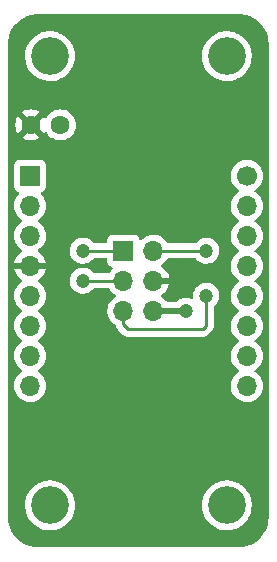
<source format=gtl>
%TF.GenerationSoftware,KiCad,Pcbnew,(6.0.0)*%
%TF.CreationDate,2022-03-13T20:33:56-04:00*%
%TF.ProjectId,JTAG_ISP-ISP,4a544147-5f49-4535-902d-4953502e6b69,v1.0.0*%
%TF.SameCoordinates,PX8924e3cPY3981160*%
%TF.FileFunction,Copper,L1,Top*%
%TF.FilePolarity,Positive*%
%FSLAX46Y46*%
G04 Gerber Fmt 4.6, Leading zero omitted, Abs format (unit mm)*
G04 Created by KiCad (PCBNEW (6.0.0)) date 2022-03-13 20:33:56*
%MOMM*%
%LPD*%
G01*
G04 APERTURE LIST*
%TA.AperFunction,ComponentPad*%
%ADD10C,3.200001*%
%TD*%
%TA.AperFunction,ComponentPad*%
%ADD11R,1.700000X1.700000*%
%TD*%
%TA.AperFunction,ComponentPad*%
%ADD12O,1.700000X1.700000*%
%TD*%
%TA.AperFunction,ComponentPad*%
%ADD13C,1.600000*%
%TD*%
%TA.AperFunction,ComponentPad*%
%ADD14C,1.700000*%
%TD*%
%TA.AperFunction,ViaPad*%
%ADD15C,1.200000*%
%TD*%
%TA.AperFunction,Conductor*%
%ADD16C,0.508000*%
%TD*%
%TA.AperFunction,Conductor*%
%ADD17C,0.250000*%
%TD*%
G04 APERTURE END LIST*
D10*
%TO.P,REF\u002A\u002A,*%
%TO.N,*%
X20043978Y-43102428D03*
%TD*%
D11*
%TO.P,J2,1,Pin_1*%
%TO.N,unconnected-(J2-Pad1)*%
X3373983Y-15208199D03*
D12*
%TO.P,J2,2,Pin_2*%
%TO.N,+5V*%
X3373983Y-17748199D03*
%TO.P,J2,3,Pin_3*%
%TO.N,unconnected-(J2-Pad3)*%
X3373983Y-20288199D03*
%TO.P,J2,4,Pin_4*%
%TO.N,GND*%
X3373983Y-22828199D03*
%TO.P,J2,5,Pin_5*%
%TO.N,unconnected-(J2-Pad5)*%
X3373983Y-25368199D03*
%TO.P,J2,6,Pin_6*%
%TO.N,MISO*%
X3373983Y-27908199D03*
%TO.P,J2,7,Pin_7*%
%TO.N,unconnected-(J2-Pad7)*%
X3373983Y-30448199D03*
%TO.P,J2,8,Pin_8*%
%TO.N,unconnected-(J2-Pad8)*%
X3373983Y-32988199D03*
%TD*%
D13*
%TO.P,C1,1*%
%TO.N,+5V*%
X5950000Y-10900024D03*
%TO.P,C1,2*%
%TO.N,GND*%
X3450000Y-10900024D03*
%TD*%
D10*
%TO.P,REF\u002A\u002A,*%
%TO.N,*%
X20043978Y-5066005D03*
%TD*%
%TO.P,REF\u002A\u002A,*%
%TO.N,*%
X5065979Y-43102428D03*
%TD*%
D14*
%TO.P,J3,1,Pin_1*%
%TO.N,SCLK*%
X21735999Y-15208199D03*
D12*
%TO.P,J3,2,Pin_2*%
%TO.N,unconnected-(J3-Pad2)*%
X21735999Y-17748199D03*
%TO.P,J3,3,Pin_3*%
%TO.N,unconnected-(J3-Pad3)*%
X21735999Y-20288199D03*
%TO.P,J3,4,Pin_4*%
%TO.N,unconnected-(J3-Pad4)*%
X21735999Y-22828199D03*
%TO.P,J3,5,Pin_5*%
%TO.N,MOSI*%
X21735999Y-25368199D03*
%TO.P,J3,6,Pin_6*%
%TO.N,unconnected-(J3-Pad6)*%
X21735999Y-27908199D03*
%TO.P,J3,7,Pin_7*%
%TO.N,RESET*%
X21735999Y-30448199D03*
%TO.P,J3,8,Pin_8*%
%TO.N,unconnected-(J3-Pad8)*%
X21735999Y-32988199D03*
%TD*%
D10*
%TO.P,REF\u002A\u002A,*%
%TO.N,*%
X5065979Y-5066005D03*
%TD*%
D11*
%TO.P,J1,1,Pin_1*%
%TO.N,MISO*%
X11283950Y-21544229D03*
D12*
%TO.P,J1,2,Pin_2*%
%TO.N,SCLK*%
X13823950Y-21544229D03*
%TO.P,J1,3,Pin_3*%
%TO.N,RESET*%
X11283950Y-24084229D03*
%TO.P,J1,4,Pin_4*%
%TO.N,GND*%
X13823950Y-24084229D03*
%TO.P,J1,5,Pin_5*%
%TO.N,MOSI*%
X11283950Y-26624229D03*
%TO.P,J1,6,Pin_6*%
%TO.N,+5V*%
X13823950Y-26624229D03*
%TD*%
D15*
%TO.N,+5V*%
X16590785Y-26624229D03*
%TO.N,GND*%
X18304230Y-23452430D03*
%TO.N,MISO*%
X7852191Y-21544229D03*
%TO.N,SCLK*%
X18304230Y-21544229D03*
%TO.N,RESET*%
X7852181Y-24084229D03*
%TO.N,MOSI*%
X18304230Y-25368199D03*
%TD*%
D16*
%TO.N,+5V*%
X13823950Y-26624229D02*
X16590785Y-26624229D01*
D17*
%TO.N,MISO*%
X11283950Y-21544229D02*
X7852191Y-21544229D01*
%TO.N,SCLK*%
X13823950Y-21544229D02*
X18304230Y-21544229D01*
%TO.N,RESET*%
X11283950Y-24084229D02*
X7852181Y-24084229D01*
%TO.N,MOSI*%
X11693988Y-28202432D02*
X17993988Y-28202432D01*
X11283950Y-26624229D02*
X11283950Y-27792394D01*
X11283950Y-27792394D02*
X11693988Y-28202432D01*
X18304230Y-27892190D02*
X18304230Y-25368199D01*
X17993988Y-28202432D02*
X18304230Y-27892190D01*
%TD*%
%TA.AperFunction,Conductor*%
%TO.N,GND*%
G36*
X21064045Y-1527412D02*
G01*
X21078846Y-1529717D01*
X21078849Y-1529717D01*
X21087718Y-1531098D01*
X21104887Y-1528853D01*
X21128827Y-1528020D01*
X21386758Y-1543622D01*
X21401862Y-1545456D01*
X21472636Y-1558426D01*
X21682867Y-1596952D01*
X21697629Y-1600590D01*
X21970396Y-1685587D01*
X21984615Y-1690981D01*
X22245128Y-1808228D01*
X22258597Y-1815297D01*
X22503083Y-1963094D01*
X22515605Y-1971737D01*
X22740495Y-2147928D01*
X22751883Y-2158018D01*
X22953882Y-2360017D01*
X22963972Y-2371405D01*
X23140163Y-2596295D01*
X23148806Y-2608817D01*
X23296603Y-2853303D01*
X23303672Y-2866772D01*
X23420918Y-3127282D01*
X23426313Y-3141504D01*
X23489193Y-3343292D01*
X23511309Y-3414265D01*
X23514948Y-3429033D01*
X23532605Y-3525383D01*
X23566444Y-3710038D01*
X23568278Y-3725142D01*
X23583443Y-3975841D01*
X23582186Y-4002551D01*
X23582183Y-4002771D01*
X23580802Y-4011642D01*
X23581966Y-4020544D01*
X23581966Y-4020547D01*
X23584924Y-4043163D01*
X23585988Y-4059501D01*
X23585988Y-44103104D01*
X23584488Y-44122488D01*
X23580802Y-44146162D01*
X23582442Y-44158702D01*
X23583047Y-44163329D01*
X23583880Y-44187271D01*
X23568278Y-44445202D01*
X23566444Y-44460306D01*
X23514950Y-44741305D01*
X23511310Y-44756073D01*
X23445656Y-44966766D01*
X23426314Y-45028836D01*
X23420919Y-45043059D01*
X23344454Y-45212959D01*
X23303674Y-45303568D01*
X23296603Y-45317041D01*
X23148806Y-45561527D01*
X23140163Y-45574049D01*
X22963972Y-45798939D01*
X22953882Y-45810327D01*
X22751883Y-46012326D01*
X22740495Y-46022416D01*
X22515605Y-46198607D01*
X22503083Y-46207250D01*
X22258597Y-46355047D01*
X22245128Y-46362116D01*
X21984618Y-46479362D01*
X21970396Y-46484757D01*
X21697629Y-46569754D01*
X21682867Y-46573392D01*
X21472636Y-46611918D01*
X21401862Y-46624888D01*
X21386758Y-46626722D01*
X21136059Y-46641887D01*
X21109349Y-46640630D01*
X21109129Y-46640627D01*
X21100258Y-46639246D01*
X21091356Y-46640410D01*
X21091353Y-46640410D01*
X21068737Y-46643368D01*
X21052399Y-46644432D01*
X4065318Y-46644432D01*
X4045933Y-46642932D01*
X4031132Y-46640627D01*
X4031129Y-46640627D01*
X4022260Y-46639246D01*
X4005091Y-46641491D01*
X3981151Y-46642324D01*
X3723220Y-46626722D01*
X3708116Y-46624888D01*
X3637342Y-46611918D01*
X3427111Y-46573392D01*
X3412349Y-46569754D01*
X3139582Y-46484757D01*
X3125360Y-46479362D01*
X2864850Y-46362116D01*
X2851381Y-46355047D01*
X2606895Y-46207250D01*
X2594373Y-46198607D01*
X2369483Y-46022416D01*
X2358095Y-46012326D01*
X2156096Y-45810327D01*
X2146006Y-45798939D01*
X1969815Y-45574049D01*
X1961172Y-45561527D01*
X1813375Y-45317041D01*
X1806304Y-45303568D01*
X1765525Y-45212959D01*
X1689059Y-45043059D01*
X1683664Y-45028836D01*
X1664322Y-44966766D01*
X1598668Y-44756073D01*
X1595028Y-44741305D01*
X1543534Y-44460306D01*
X1541700Y-44445202D01*
X1526535Y-44194503D01*
X1527792Y-44167793D01*
X1527795Y-44167573D01*
X1529176Y-44158702D01*
X1527537Y-44146162D01*
X1525054Y-44127181D01*
X1523990Y-44110843D01*
X1523990Y-43080297D01*
X2952668Y-43080297D01*
X2969217Y-43367311D01*
X2970042Y-43371516D01*
X2970043Y-43371524D01*
X3001989Y-43534349D01*
X3024565Y-43649423D01*
X3025952Y-43653473D01*
X3025953Y-43653478D01*
X3116300Y-43917358D01*
X3117689Y-43921414D01*
X3119616Y-43925245D01*
X3241605Y-44167793D01*
X3246864Y-44178250D01*
X3409700Y-44415178D01*
X3603185Y-44627816D01*
X3606480Y-44630571D01*
X3606481Y-44630572D01*
X3756587Y-44756079D01*
X3823738Y-44812226D01*
X4067277Y-44964999D01*
X4329297Y-45083305D01*
X4333416Y-45084525D01*
X4600836Y-45163739D01*
X4600841Y-45163740D01*
X4604949Y-45164957D01*
X4609183Y-45165605D01*
X4609188Y-45165606D01*
X4857790Y-45203647D01*
X4889132Y-45208443D01*
X5035464Y-45210742D01*
X5172296Y-45212892D01*
X5172302Y-45212892D01*
X5176587Y-45212959D01*
X5180839Y-45212444D01*
X5180847Y-45212444D01*
X5457735Y-45178936D01*
X5457740Y-45178935D01*
X5461996Y-45178420D01*
X5740076Y-45105467D01*
X6005683Y-44995449D01*
X6253901Y-44850402D01*
X6480138Y-44673010D01*
X6521264Y-44630572D01*
X6677223Y-44469634D01*
X6680206Y-44466556D01*
X6682739Y-44463108D01*
X6682743Y-44463103D01*
X6847866Y-44238314D01*
X6850404Y-44234859D01*
X6898563Y-44146162D01*
X6985533Y-43985983D01*
X6985534Y-43985981D01*
X6987583Y-43982207D01*
X7089204Y-43713276D01*
X7153386Y-43433041D01*
X7178942Y-43146688D01*
X7179406Y-43102428D01*
X7177897Y-43080297D01*
X17930667Y-43080297D01*
X17947216Y-43367311D01*
X17948041Y-43371516D01*
X17948042Y-43371524D01*
X17979988Y-43534349D01*
X18002564Y-43649423D01*
X18003951Y-43653473D01*
X18003952Y-43653478D01*
X18094299Y-43917358D01*
X18095688Y-43921414D01*
X18097615Y-43925245D01*
X18219604Y-44167793D01*
X18224863Y-44178250D01*
X18387699Y-44415178D01*
X18581184Y-44627816D01*
X18584479Y-44630571D01*
X18584480Y-44630572D01*
X18734586Y-44756079D01*
X18801737Y-44812226D01*
X19045276Y-44964999D01*
X19307296Y-45083305D01*
X19311415Y-45084525D01*
X19578835Y-45163739D01*
X19578840Y-45163740D01*
X19582948Y-45164957D01*
X19587182Y-45165605D01*
X19587187Y-45165606D01*
X19835789Y-45203647D01*
X19867131Y-45208443D01*
X20013463Y-45210742D01*
X20150295Y-45212892D01*
X20150301Y-45212892D01*
X20154586Y-45212959D01*
X20158838Y-45212444D01*
X20158846Y-45212444D01*
X20435734Y-45178936D01*
X20435739Y-45178935D01*
X20439995Y-45178420D01*
X20718075Y-45105467D01*
X20983682Y-44995449D01*
X21231900Y-44850402D01*
X21458137Y-44673010D01*
X21499263Y-44630572D01*
X21655222Y-44469634D01*
X21658205Y-44466556D01*
X21660738Y-44463108D01*
X21660742Y-44463103D01*
X21825865Y-44238314D01*
X21828403Y-44234859D01*
X21876562Y-44146162D01*
X21963532Y-43985983D01*
X21963533Y-43985981D01*
X21965582Y-43982207D01*
X22067203Y-43713276D01*
X22131385Y-43433041D01*
X22156941Y-43146688D01*
X22157405Y-43102428D01*
X22137851Y-42815603D01*
X22133314Y-42793692D01*
X22080421Y-42538283D01*
X22079552Y-42534086D01*
X21983585Y-42263085D01*
X21851728Y-42007616D01*
X21838466Y-41988745D01*
X21688882Y-41775910D01*
X21686419Y-41772405D01*
X21490718Y-41561806D01*
X21268246Y-41379715D01*
X21023120Y-41229501D01*
X21005026Y-41221558D01*
X20763808Y-41115671D01*
X20759876Y-41113945D01*
X20733941Y-41106557D01*
X20487512Y-41036360D01*
X20487513Y-41036360D01*
X20483384Y-41035184D01*
X20270682Y-41004913D01*
X20203014Y-40995282D01*
X20203012Y-40995282D01*
X20198762Y-40994677D01*
X20194473Y-40994655D01*
X20194466Y-40994654D01*
X19915561Y-40993193D01*
X19915554Y-40993193D01*
X19911275Y-40993171D01*
X19907031Y-40993730D01*
X19907027Y-40993730D01*
X19781638Y-41010238D01*
X19626244Y-41030696D01*
X19622104Y-41031829D01*
X19622102Y-41031829D01*
X19545289Y-41052843D01*
X19348942Y-41106557D01*
X19344994Y-41108241D01*
X19088454Y-41217665D01*
X19088450Y-41217667D01*
X19084502Y-41219351D01*
X18959938Y-41293901D01*
X18841499Y-41364785D01*
X18841495Y-41364788D01*
X18837817Y-41366989D01*
X18613450Y-41546741D01*
X18415555Y-41755279D01*
X18247792Y-41988745D01*
X18113266Y-42242820D01*
X18014467Y-42512801D01*
X17953223Y-42793692D01*
X17930667Y-43080297D01*
X7177897Y-43080297D01*
X7159852Y-42815603D01*
X7155315Y-42793692D01*
X7102422Y-42538283D01*
X7101553Y-42534086D01*
X7005586Y-42263085D01*
X6873729Y-42007616D01*
X6860467Y-41988745D01*
X6710883Y-41775910D01*
X6708420Y-41772405D01*
X6512719Y-41561806D01*
X6290247Y-41379715D01*
X6045121Y-41229501D01*
X6027027Y-41221558D01*
X5785809Y-41115671D01*
X5781877Y-41113945D01*
X5755942Y-41106557D01*
X5509513Y-41036360D01*
X5509514Y-41036360D01*
X5505385Y-41035184D01*
X5292683Y-41004913D01*
X5225015Y-40995282D01*
X5225013Y-40995282D01*
X5220763Y-40994677D01*
X5216474Y-40994655D01*
X5216467Y-40994654D01*
X4937562Y-40993193D01*
X4937555Y-40993193D01*
X4933276Y-40993171D01*
X4929032Y-40993730D01*
X4929028Y-40993730D01*
X4803639Y-41010238D01*
X4648245Y-41030696D01*
X4644105Y-41031829D01*
X4644103Y-41031829D01*
X4567290Y-41052843D01*
X4370943Y-41106557D01*
X4366995Y-41108241D01*
X4110455Y-41217665D01*
X4110451Y-41217667D01*
X4106503Y-41219351D01*
X3981939Y-41293901D01*
X3863500Y-41364785D01*
X3863496Y-41364788D01*
X3859818Y-41366989D01*
X3635451Y-41546741D01*
X3437556Y-41755279D01*
X3269793Y-41988745D01*
X3135267Y-42242820D01*
X3036468Y-42512801D01*
X2975224Y-42793692D01*
X2952668Y-43080297D01*
X1523990Y-43080297D01*
X1523990Y-32954894D01*
X2011234Y-32954894D01*
X2011531Y-32960047D01*
X2011531Y-32960050D01*
X2016994Y-33054789D01*
X2024093Y-33177914D01*
X2025230Y-33182960D01*
X2025231Y-33182966D01*
X2045102Y-33271138D01*
X2073205Y-33395838D01*
X2157249Y-33602815D01*
X2273970Y-33793287D01*
X2420233Y-33962137D01*
X2592109Y-34104831D01*
X2784983Y-34217537D01*
X2993675Y-34297229D01*
X2998743Y-34298260D01*
X2998746Y-34298261D01*
X3106000Y-34320082D01*
X3212580Y-34341766D01*
X3217755Y-34341956D01*
X3217757Y-34341956D01*
X3430656Y-34349763D01*
X3430660Y-34349763D01*
X3435820Y-34349952D01*
X3440940Y-34349296D01*
X3440942Y-34349296D01*
X3652271Y-34322224D01*
X3652272Y-34322224D01*
X3657399Y-34321567D01*
X3662349Y-34320082D01*
X3866412Y-34258860D01*
X3866417Y-34258858D01*
X3871367Y-34257373D01*
X4071977Y-34159095D01*
X4253843Y-34029372D01*
X4412079Y-33871688D01*
X4471577Y-33788888D01*
X4539418Y-33694476D01*
X4542436Y-33690276D01*
X4641413Y-33490010D01*
X4706353Y-33276268D01*
X4735512Y-33054789D01*
X4737139Y-32988199D01*
X4734401Y-32954894D01*
X20373250Y-32954894D01*
X20373547Y-32960047D01*
X20373547Y-32960050D01*
X20379010Y-33054789D01*
X20386109Y-33177914D01*
X20387246Y-33182960D01*
X20387247Y-33182966D01*
X20407118Y-33271138D01*
X20435221Y-33395838D01*
X20519265Y-33602815D01*
X20635986Y-33793287D01*
X20782249Y-33962137D01*
X20954125Y-34104831D01*
X21146999Y-34217537D01*
X21355691Y-34297229D01*
X21360759Y-34298260D01*
X21360762Y-34298261D01*
X21468016Y-34320082D01*
X21574596Y-34341766D01*
X21579771Y-34341956D01*
X21579773Y-34341956D01*
X21792672Y-34349763D01*
X21792676Y-34349763D01*
X21797836Y-34349952D01*
X21802956Y-34349296D01*
X21802958Y-34349296D01*
X22014287Y-34322224D01*
X22014288Y-34322224D01*
X22019415Y-34321567D01*
X22024365Y-34320082D01*
X22228428Y-34258860D01*
X22228433Y-34258858D01*
X22233383Y-34257373D01*
X22433993Y-34159095D01*
X22615859Y-34029372D01*
X22774095Y-33871688D01*
X22833593Y-33788888D01*
X22901434Y-33694476D01*
X22904452Y-33690276D01*
X23003429Y-33490010D01*
X23068369Y-33276268D01*
X23097528Y-33054789D01*
X23099155Y-32988199D01*
X23080851Y-32765560D01*
X23026430Y-32548901D01*
X22937353Y-32344039D01*
X22816013Y-32156476D01*
X22665669Y-31991250D01*
X22661618Y-31988051D01*
X22661614Y-31988047D01*
X22494413Y-31855999D01*
X22494409Y-31855997D01*
X22490358Y-31852797D01*
X22449052Y-31829995D01*
X22399083Y-31779563D01*
X22384311Y-31710120D01*
X22409427Y-31643715D01*
X22436779Y-31617108D01*
X22480602Y-31585849D01*
X22615859Y-31489372D01*
X22774095Y-31331688D01*
X22833593Y-31248888D01*
X22901434Y-31154476D01*
X22904452Y-31150276D01*
X23003429Y-30950010D01*
X23068369Y-30736268D01*
X23097528Y-30514789D01*
X23099155Y-30448199D01*
X23080851Y-30225560D01*
X23026430Y-30008901D01*
X22937353Y-29804039D01*
X22816013Y-29616476D01*
X22665669Y-29451250D01*
X22661618Y-29448051D01*
X22661614Y-29448047D01*
X22494413Y-29315999D01*
X22494409Y-29315997D01*
X22490358Y-29312797D01*
X22449052Y-29289995D01*
X22399083Y-29239563D01*
X22384311Y-29170120D01*
X22409427Y-29103715D01*
X22436779Y-29077108D01*
X22480602Y-29045849D01*
X22615859Y-28949372D01*
X22774095Y-28791688D01*
X22786215Y-28774822D01*
X22901434Y-28614476D01*
X22904452Y-28610276D01*
X22912161Y-28594679D01*
X23001135Y-28414652D01*
X23001136Y-28414650D01*
X23003429Y-28410010D01*
X23049707Y-28257692D01*
X23066864Y-28201222D01*
X23066864Y-28201220D01*
X23068369Y-28196268D01*
X23097528Y-27974789D01*
X23097610Y-27971439D01*
X23099073Y-27911564D01*
X23099073Y-27911560D01*
X23099155Y-27908199D01*
X23080851Y-27685560D01*
X23026430Y-27468901D01*
X22937353Y-27264039D01*
X22897905Y-27203061D01*
X22818821Y-27080816D01*
X22818819Y-27080813D01*
X22816013Y-27076476D01*
X22665669Y-26911250D01*
X22661618Y-26908051D01*
X22661614Y-26908047D01*
X22494413Y-26775999D01*
X22494409Y-26775997D01*
X22490358Y-26772797D01*
X22449052Y-26749995D01*
X22399083Y-26699563D01*
X22384311Y-26630120D01*
X22409427Y-26563715D01*
X22436779Y-26537108D01*
X22480602Y-26505849D01*
X22615859Y-26409372D01*
X22661574Y-26363817D01*
X22770434Y-26255336D01*
X22774095Y-26251688D01*
X22833593Y-26168888D01*
X22901434Y-26074476D01*
X22904452Y-26070276D01*
X22942297Y-25993703D01*
X23001135Y-25874652D01*
X23001136Y-25874650D01*
X23003429Y-25870010D01*
X23068369Y-25656268D01*
X23097528Y-25434789D01*
X23097642Y-25430136D01*
X23099073Y-25371564D01*
X23099073Y-25371560D01*
X23099155Y-25368199D01*
X23080851Y-25145560D01*
X23026430Y-24928901D01*
X22937353Y-24724039D01*
X22897905Y-24663061D01*
X22818821Y-24540816D01*
X22818819Y-24540813D01*
X22816013Y-24536476D01*
X22665669Y-24371250D01*
X22661618Y-24368051D01*
X22661614Y-24368047D01*
X22494413Y-24235999D01*
X22494409Y-24235997D01*
X22490358Y-24232797D01*
X22449052Y-24209995D01*
X22399083Y-24159563D01*
X22384311Y-24090120D01*
X22409427Y-24023715D01*
X22436779Y-23997108D01*
X22494089Y-23956229D01*
X22615859Y-23869372D01*
X22638054Y-23847255D01*
X22770434Y-23715336D01*
X22774095Y-23711688D01*
X22822065Y-23644931D01*
X22901434Y-23534476D01*
X22904452Y-23530276D01*
X22927806Y-23483024D01*
X23001135Y-23334652D01*
X23001136Y-23334650D01*
X23003429Y-23330010D01*
X23068369Y-23116268D01*
X23097528Y-22894789D01*
X23097675Y-22888764D01*
X23099073Y-22831564D01*
X23099073Y-22831560D01*
X23099155Y-22828199D01*
X23080851Y-22605560D01*
X23026430Y-22388901D01*
X22937353Y-22184039D01*
X22897905Y-22123061D01*
X22818821Y-22000816D01*
X22818819Y-22000813D01*
X22816013Y-21996476D01*
X22665669Y-21831250D01*
X22661618Y-21828051D01*
X22661614Y-21828047D01*
X22494413Y-21695999D01*
X22494409Y-21695997D01*
X22490358Y-21692797D01*
X22449052Y-21669995D01*
X22399083Y-21619563D01*
X22384311Y-21550120D01*
X22409427Y-21483715D01*
X22436779Y-21457108D01*
X22480602Y-21425849D01*
X22615859Y-21329372D01*
X22638054Y-21307255D01*
X22770434Y-21175336D01*
X22774095Y-21171688D01*
X22833593Y-21088888D01*
X22901434Y-20994476D01*
X22904452Y-20990276D01*
X22915591Y-20967739D01*
X23001135Y-20794652D01*
X23001136Y-20794650D01*
X23003429Y-20790010D01*
X23061153Y-20600020D01*
X23066864Y-20581222D01*
X23066864Y-20581220D01*
X23068369Y-20576268D01*
X23097528Y-20354789D01*
X23098110Y-20330968D01*
X23099073Y-20291564D01*
X23099073Y-20291560D01*
X23099155Y-20288199D01*
X23080851Y-20065560D01*
X23026430Y-19848901D01*
X22937353Y-19644039D01*
X22816013Y-19456476D01*
X22665669Y-19291250D01*
X22661618Y-19288051D01*
X22661614Y-19288047D01*
X22494413Y-19155999D01*
X22494409Y-19155997D01*
X22490358Y-19152797D01*
X22449052Y-19129995D01*
X22399083Y-19079563D01*
X22384311Y-19010120D01*
X22409427Y-18943715D01*
X22436779Y-18917108D01*
X22480602Y-18885849D01*
X22615859Y-18789372D01*
X22774095Y-18631688D01*
X22833593Y-18548888D01*
X22901434Y-18454476D01*
X22904452Y-18450276D01*
X23003429Y-18250010D01*
X23068369Y-18036268D01*
X23097528Y-17814789D01*
X23099155Y-17748199D01*
X23080851Y-17525560D01*
X23026430Y-17308901D01*
X22937353Y-17104039D01*
X22816013Y-16916476D01*
X22665669Y-16751250D01*
X22661618Y-16748051D01*
X22661614Y-16748047D01*
X22494413Y-16615999D01*
X22494409Y-16615997D01*
X22490358Y-16612797D01*
X22449052Y-16589995D01*
X22399083Y-16539563D01*
X22384311Y-16470120D01*
X22409427Y-16403715D01*
X22436779Y-16377108D01*
X22480602Y-16345849D01*
X22615859Y-16249372D01*
X22774095Y-16091688D01*
X22833593Y-16008888D01*
X22901434Y-15914476D01*
X22904452Y-15910276D01*
X23003429Y-15710010D01*
X23068369Y-15496268D01*
X23097528Y-15274789D01*
X23099155Y-15208199D01*
X23080851Y-14985560D01*
X23026430Y-14768901D01*
X22937353Y-14564039D01*
X22816013Y-14376476D01*
X22665669Y-14211250D01*
X22661618Y-14208051D01*
X22661614Y-14208047D01*
X22494413Y-14075999D01*
X22494409Y-14075997D01*
X22490358Y-14072797D01*
X22294788Y-13964837D01*
X22289919Y-13963113D01*
X22289915Y-13963111D01*
X22089086Y-13891994D01*
X22089082Y-13891993D01*
X22084211Y-13890268D01*
X22079118Y-13889361D01*
X22079115Y-13889360D01*
X21869372Y-13851999D01*
X21869366Y-13851998D01*
X21864283Y-13851093D01*
X21790451Y-13850191D01*
X21646080Y-13848427D01*
X21646078Y-13848427D01*
X21640910Y-13848364D01*
X21420090Y-13882154D01*
X21207755Y-13951556D01*
X21009606Y-14054706D01*
X21005473Y-14057809D01*
X21005470Y-14057811D01*
X20835099Y-14185729D01*
X20830964Y-14188834D01*
X20676628Y-14350337D01*
X20550742Y-14534879D01*
X20456687Y-14737504D01*
X20396988Y-14952769D01*
X20373250Y-15174894D01*
X20373547Y-15180047D01*
X20373547Y-15180050D01*
X20379010Y-15274789D01*
X20386109Y-15397914D01*
X20387246Y-15402960D01*
X20387247Y-15402966D01*
X20407118Y-15491138D01*
X20435221Y-15615838D01*
X20519265Y-15822815D01*
X20635986Y-16013287D01*
X20782249Y-16182137D01*
X20954125Y-16324831D01*
X21024594Y-16366010D01*
X21027444Y-16367675D01*
X21076168Y-16419313D01*
X21089239Y-16489096D01*
X21062508Y-16554868D01*
X21022054Y-16588226D01*
X21009606Y-16594706D01*
X21005473Y-16597809D01*
X21005470Y-16597811D01*
X20881566Y-16690841D01*
X20830964Y-16728834D01*
X20676628Y-16890337D01*
X20550742Y-17074879D01*
X20456687Y-17277504D01*
X20396988Y-17492769D01*
X20373250Y-17714894D01*
X20373547Y-17720047D01*
X20373547Y-17720050D01*
X20379010Y-17814789D01*
X20386109Y-17937914D01*
X20387246Y-17942960D01*
X20387247Y-17942966D01*
X20407118Y-18031138D01*
X20435221Y-18155838D01*
X20519265Y-18362815D01*
X20635986Y-18553287D01*
X20782249Y-18722137D01*
X20954125Y-18864831D01*
X21024594Y-18906010D01*
X21027444Y-18907675D01*
X21076168Y-18959313D01*
X21089239Y-19029096D01*
X21062508Y-19094868D01*
X21022054Y-19128226D01*
X21009606Y-19134706D01*
X21005473Y-19137809D01*
X21005470Y-19137811D01*
X20981246Y-19155999D01*
X20830964Y-19268834D01*
X20676628Y-19430337D01*
X20550742Y-19614879D01*
X20456687Y-19817504D01*
X20396988Y-20032769D01*
X20373250Y-20254894D01*
X20373547Y-20260047D01*
X20373547Y-20260050D01*
X20382310Y-20412029D01*
X20386109Y-20477914D01*
X20387246Y-20482960D01*
X20387247Y-20482966D01*
X20403571Y-20555398D01*
X20435221Y-20695838D01*
X20479118Y-20803944D01*
X20514357Y-20890727D01*
X20519265Y-20902815D01*
X20635986Y-21093287D01*
X20782249Y-21262137D01*
X20954125Y-21404831D01*
X21024594Y-21446010D01*
X21027444Y-21447675D01*
X21076168Y-21499313D01*
X21089239Y-21569096D01*
X21062508Y-21634868D01*
X21022054Y-21668226D01*
X21009606Y-21674706D01*
X21005473Y-21677809D01*
X21005470Y-21677811D01*
X20943976Y-21723982D01*
X20830964Y-21808834D01*
X20827392Y-21812572D01*
X20728708Y-21915839D01*
X20676628Y-21970337D01*
X20673714Y-21974609D01*
X20673713Y-21974610D01*
X20591174Y-22095608D01*
X20550742Y-22154879D01*
X20535002Y-22188789D01*
X20467084Y-22335106D01*
X20456687Y-22357504D01*
X20396988Y-22572769D01*
X20373250Y-22794894D01*
X20373547Y-22800047D01*
X20373547Y-22800050D01*
X20383601Y-22974412D01*
X20386109Y-23017914D01*
X20387246Y-23022960D01*
X20387247Y-23022966D01*
X20403210Y-23093797D01*
X20435221Y-23235838D01*
X20479118Y-23343944D01*
X20514357Y-23430727D01*
X20519265Y-23442815D01*
X20635986Y-23633287D01*
X20782249Y-23802137D01*
X20954125Y-23944831D01*
X21024594Y-23986010D01*
X21027444Y-23987675D01*
X21076168Y-24039313D01*
X21089239Y-24109096D01*
X21062508Y-24174868D01*
X21022054Y-24208226D01*
X21009606Y-24214706D01*
X21005473Y-24217809D01*
X21005470Y-24217811D01*
X20835099Y-24345729D01*
X20830964Y-24348834D01*
X20818957Y-24361399D01*
X20700842Y-24484999D01*
X20676628Y-24510337D01*
X20673714Y-24514609D01*
X20673713Y-24514610D01*
X20624987Y-24586040D01*
X20550742Y-24694879D01*
X20512208Y-24777894D01*
X20462530Y-24884917D01*
X20456687Y-24897504D01*
X20396988Y-25112769D01*
X20373250Y-25334894D01*
X20373547Y-25340047D01*
X20373547Y-25340050D01*
X20382310Y-25492029D01*
X20386109Y-25557914D01*
X20387246Y-25562960D01*
X20387247Y-25562966D01*
X20403155Y-25633551D01*
X20435221Y-25775838D01*
X20519265Y-25982815D01*
X20570018Y-26065637D01*
X20627278Y-26159076D01*
X20635986Y-26173287D01*
X20782249Y-26342137D01*
X20954125Y-26484831D01*
X21024594Y-26526010D01*
X21027444Y-26527675D01*
X21076168Y-26579313D01*
X21089239Y-26649096D01*
X21062508Y-26714868D01*
X21022054Y-26748226D01*
X21009606Y-26754706D01*
X21005473Y-26757809D01*
X21005470Y-26757811D01*
X20835099Y-26885729D01*
X20830964Y-26888834D01*
X20827392Y-26892572D01*
X20699097Y-27026825D01*
X20676628Y-27050337D01*
X20550742Y-27234879D01*
X20535002Y-27268789D01*
X20470403Y-27407956D01*
X20456687Y-27437504D01*
X20396988Y-27652769D01*
X20373250Y-27874894D01*
X20373547Y-27880047D01*
X20373547Y-27880050D01*
X20384120Y-28063422D01*
X20386109Y-28097914D01*
X20387246Y-28102960D01*
X20387247Y-28102966D01*
X20406719Y-28189367D01*
X20435221Y-28315838D01*
X20519265Y-28522815D01*
X20521964Y-28527219D01*
X20623342Y-28692653D01*
X20635986Y-28713287D01*
X20782249Y-28882137D01*
X20954125Y-29024831D01*
X21024594Y-29066010D01*
X21027444Y-29067675D01*
X21076168Y-29119313D01*
X21089239Y-29189096D01*
X21062508Y-29254868D01*
X21022054Y-29288226D01*
X21009606Y-29294706D01*
X21005473Y-29297809D01*
X21005470Y-29297811D01*
X20981246Y-29315999D01*
X20830964Y-29428834D01*
X20676628Y-29590337D01*
X20550742Y-29774879D01*
X20456687Y-29977504D01*
X20396988Y-30192769D01*
X20373250Y-30414894D01*
X20373547Y-30420047D01*
X20373547Y-30420050D01*
X20379010Y-30514789D01*
X20386109Y-30637914D01*
X20387246Y-30642960D01*
X20387247Y-30642966D01*
X20407118Y-30731138D01*
X20435221Y-30855838D01*
X20519265Y-31062815D01*
X20635986Y-31253287D01*
X20782249Y-31422137D01*
X20954125Y-31564831D01*
X21024594Y-31606010D01*
X21027444Y-31607675D01*
X21076168Y-31659313D01*
X21089239Y-31729096D01*
X21062508Y-31794868D01*
X21022054Y-31828226D01*
X21009606Y-31834706D01*
X21005473Y-31837809D01*
X21005470Y-31837811D01*
X20981246Y-31855999D01*
X20830964Y-31968834D01*
X20676628Y-32130337D01*
X20550742Y-32314879D01*
X20456687Y-32517504D01*
X20396988Y-32732769D01*
X20373250Y-32954894D01*
X4734401Y-32954894D01*
X4718835Y-32765560D01*
X4664414Y-32548901D01*
X4575337Y-32344039D01*
X4453997Y-32156476D01*
X4303653Y-31991250D01*
X4299602Y-31988051D01*
X4299598Y-31988047D01*
X4132397Y-31855999D01*
X4132393Y-31855997D01*
X4128342Y-31852797D01*
X4087036Y-31829995D01*
X4037067Y-31779563D01*
X4022295Y-31710120D01*
X4047411Y-31643715D01*
X4074763Y-31617108D01*
X4118586Y-31585849D01*
X4253843Y-31489372D01*
X4412079Y-31331688D01*
X4471577Y-31248888D01*
X4539418Y-31154476D01*
X4542436Y-31150276D01*
X4641413Y-30950010D01*
X4706353Y-30736268D01*
X4735512Y-30514789D01*
X4737139Y-30448199D01*
X4718835Y-30225560D01*
X4664414Y-30008901D01*
X4575337Y-29804039D01*
X4453997Y-29616476D01*
X4303653Y-29451250D01*
X4299602Y-29448051D01*
X4299598Y-29448047D01*
X4132397Y-29315999D01*
X4132393Y-29315997D01*
X4128342Y-29312797D01*
X4087036Y-29289995D01*
X4037067Y-29239563D01*
X4022295Y-29170120D01*
X4047411Y-29103715D01*
X4074763Y-29077108D01*
X4118586Y-29045849D01*
X4253843Y-28949372D01*
X4412079Y-28791688D01*
X4424199Y-28774822D01*
X4539418Y-28614476D01*
X4542436Y-28610276D01*
X4550145Y-28594679D01*
X4639119Y-28414652D01*
X4639120Y-28414650D01*
X4641413Y-28410010D01*
X4687691Y-28257692D01*
X4704848Y-28201222D01*
X4704848Y-28201220D01*
X4706353Y-28196268D01*
X4735512Y-27974789D01*
X4735594Y-27971439D01*
X4737057Y-27911564D01*
X4737057Y-27911560D01*
X4737139Y-27908199D01*
X4718835Y-27685560D01*
X4664414Y-27468901D01*
X4575337Y-27264039D01*
X4535889Y-27203061D01*
X4456805Y-27080816D01*
X4456803Y-27080813D01*
X4453997Y-27076476D01*
X4303653Y-26911250D01*
X4299602Y-26908051D01*
X4299598Y-26908047D01*
X4132397Y-26775999D01*
X4132393Y-26775997D01*
X4128342Y-26772797D01*
X4087036Y-26749995D01*
X4037067Y-26699563D01*
X4022295Y-26630120D01*
X4047411Y-26563715D01*
X4074763Y-26537108D01*
X4118586Y-26505849D01*
X4253843Y-26409372D01*
X4299558Y-26363817D01*
X4408418Y-26255336D01*
X4412079Y-26251688D01*
X4471577Y-26168888D01*
X4539418Y-26074476D01*
X4542436Y-26070276D01*
X4580281Y-25993703D01*
X4639119Y-25874652D01*
X4639120Y-25874650D01*
X4641413Y-25870010D01*
X4706353Y-25656268D01*
X4735512Y-25434789D01*
X4735626Y-25430136D01*
X4737057Y-25371564D01*
X4737057Y-25371560D01*
X4737139Y-25368199D01*
X4718835Y-25145560D01*
X4664414Y-24928901D01*
X4575337Y-24724039D01*
X4535889Y-24663061D01*
X4456805Y-24540816D01*
X4456803Y-24540813D01*
X4453997Y-24536476D01*
X4303653Y-24371250D01*
X4299602Y-24368051D01*
X4299598Y-24368047D01*
X4132397Y-24235999D01*
X4132393Y-24235997D01*
X4128342Y-24232797D01*
X4086552Y-24209728D01*
X4036581Y-24159296D01*
X4021809Y-24089853D01*
X4034958Y-24055088D01*
X6739313Y-24055088D01*
X6752638Y-24258380D01*
X6802786Y-24455839D01*
X6888079Y-24640853D01*
X7005660Y-24807226D01*
X7009794Y-24811253D01*
X7130563Y-24928901D01*
X7151591Y-24949386D01*
X7156387Y-24952591D01*
X7156390Y-24952593D01*
X7184486Y-24971366D01*
X7320984Y-25062571D01*
X7326287Y-25064849D01*
X7326290Y-25064851D01*
X7493621Y-25136742D01*
X7508168Y-25142992D01*
X7542326Y-25150721D01*
X7701236Y-25186679D01*
X7701241Y-25186680D01*
X7706873Y-25187954D01*
X7712644Y-25188181D01*
X7712646Y-25188181D01*
X7775651Y-25190656D01*
X7910444Y-25195952D01*
X8112064Y-25166719D01*
X8117528Y-25164864D01*
X8117533Y-25164863D01*
X8299508Y-25103091D01*
X8299513Y-25103089D01*
X8304980Y-25101233D01*
X8482732Y-25001687D01*
X8639367Y-24871415D01*
X8689403Y-24811253D01*
X8729402Y-24763160D01*
X8788340Y-24723576D01*
X8826276Y-24717729D01*
X10008224Y-24717729D01*
X10076345Y-24737731D01*
X10115657Y-24777894D01*
X10183937Y-24889317D01*
X10330200Y-25058167D01*
X10433908Y-25144267D01*
X10495165Y-25195123D01*
X10502076Y-25200861D01*
X10572545Y-25242040D01*
X10575395Y-25243705D01*
X10624119Y-25295343D01*
X10637190Y-25365126D01*
X10610459Y-25430898D01*
X10570005Y-25464256D01*
X10557557Y-25470736D01*
X10553424Y-25473839D01*
X10553421Y-25473841D01*
X10383050Y-25601759D01*
X10378915Y-25604864D01*
X10224579Y-25766367D01*
X10221670Y-25770632D01*
X10221664Y-25770640D01*
X10209354Y-25788686D01*
X10098693Y-25950909D01*
X10004638Y-26153534D01*
X9944939Y-26368799D01*
X9921201Y-26590924D01*
X9921498Y-26596077D01*
X9921498Y-26596080D01*
X9931872Y-26775999D01*
X9934060Y-26813944D01*
X9935197Y-26818990D01*
X9935198Y-26818996D01*
X9950937Y-26888834D01*
X9983172Y-27031868D01*
X10067216Y-27238845D01*
X10118892Y-27323173D01*
X10172967Y-27411415D01*
X10183937Y-27429317D01*
X10330200Y-27598167D01*
X10502076Y-27740861D01*
X10506543Y-27743471D01*
X10591837Y-27793313D01*
X10640561Y-27844952D01*
X10652715Y-27882388D01*
X10653028Y-27884365D01*
X10653277Y-27892283D01*
X10655487Y-27899889D01*
X10655487Y-27899891D01*
X10658928Y-27911733D01*
X10662937Y-27931094D01*
X10665476Y-27951191D01*
X10668395Y-27958562D01*
X10668395Y-27958564D01*
X10681754Y-27992306D01*
X10685599Y-28003536D01*
X10697932Y-28045987D01*
X10701965Y-28052806D01*
X10701967Y-28052811D01*
X10708243Y-28063422D01*
X10716938Y-28081170D01*
X10724398Y-28100011D01*
X10729060Y-28106427D01*
X10729060Y-28106428D01*
X10750386Y-28135781D01*
X10756902Y-28145701D01*
X10768909Y-28166003D01*
X10779408Y-28183756D01*
X10793729Y-28198077D01*
X10806569Y-28213110D01*
X10818478Y-28229501D01*
X10852555Y-28257692D01*
X10861334Y-28265682D01*
X11190331Y-28594679D01*
X11197875Y-28602969D01*
X11201988Y-28609450D01*
X11207765Y-28614875D01*
X11251655Y-28656090D01*
X11254497Y-28658845D01*
X11274218Y-28678566D01*
X11277413Y-28681044D01*
X11286435Y-28688750D01*
X11318667Y-28719018D01*
X11325616Y-28722838D01*
X11336420Y-28728778D01*
X11352944Y-28739631D01*
X11368947Y-28752045D01*
X11409531Y-28769608D01*
X11420161Y-28774815D01*
X11458928Y-28796127D01*
X11466605Y-28798098D01*
X11466610Y-28798100D01*
X11478546Y-28801164D01*
X11497254Y-28807569D01*
X11515843Y-28815613D01*
X11523671Y-28816853D01*
X11523678Y-28816855D01*
X11559512Y-28822531D01*
X11571132Y-28824937D01*
X11602947Y-28833105D01*
X11613958Y-28835932D01*
X11634212Y-28835932D01*
X11653922Y-28837483D01*
X11673931Y-28840652D01*
X11681823Y-28839906D01*
X11700568Y-28838134D01*
X11717950Y-28836491D01*
X11729807Y-28835932D01*
X17915221Y-28835932D01*
X17926404Y-28836459D01*
X17933897Y-28838134D01*
X17941823Y-28837885D01*
X17941824Y-28837885D01*
X18001974Y-28835994D01*
X18005933Y-28835932D01*
X18033844Y-28835932D01*
X18037779Y-28835435D01*
X18037844Y-28835427D01*
X18049681Y-28834494D01*
X18081939Y-28833480D01*
X18085958Y-28833354D01*
X18093877Y-28833105D01*
X18113331Y-28827453D01*
X18132688Y-28823445D01*
X18144918Y-28821900D01*
X18144919Y-28821900D01*
X18152785Y-28820906D01*
X18160156Y-28817987D01*
X18160158Y-28817987D01*
X18193900Y-28804628D01*
X18205130Y-28800783D01*
X18239971Y-28790661D01*
X18239972Y-28790661D01*
X18247581Y-28788450D01*
X18254400Y-28784417D01*
X18254405Y-28784415D01*
X18265016Y-28778139D01*
X18282764Y-28769444D01*
X18301605Y-28761984D01*
X18321975Y-28747185D01*
X18337375Y-28735996D01*
X18347295Y-28729480D01*
X18378523Y-28711012D01*
X18378526Y-28711010D01*
X18385350Y-28706974D01*
X18399671Y-28692653D01*
X18414705Y-28679812D01*
X18416420Y-28678566D01*
X18431095Y-28667904D01*
X18459286Y-28633827D01*
X18467276Y-28625048D01*
X18696477Y-28395847D01*
X18704767Y-28388303D01*
X18711248Y-28384190D01*
X18757889Y-28334522D01*
X18760643Y-28331681D01*
X18780364Y-28311960D01*
X18782842Y-28308765D01*
X18790548Y-28299743D01*
X18815388Y-28273291D01*
X18820816Y-28267511D01*
X18830576Y-28249758D01*
X18841429Y-28233235D01*
X18848983Y-28223496D01*
X18853843Y-28217231D01*
X18871406Y-28176647D01*
X18876613Y-28166017D01*
X18897925Y-28127250D01*
X18899896Y-28119573D01*
X18899898Y-28119568D01*
X18902962Y-28107632D01*
X18909368Y-28088920D01*
X18914264Y-28077607D01*
X18917411Y-28070335D01*
X18921268Y-28045987D01*
X18924327Y-28026671D01*
X18926734Y-28015050D01*
X18935758Y-27979901D01*
X18935758Y-27979900D01*
X18937730Y-27972220D01*
X18937730Y-27951959D01*
X18939281Y-27932248D01*
X18941209Y-27920075D01*
X18942449Y-27912247D01*
X18938289Y-27868236D01*
X18937730Y-27856379D01*
X18937730Y-26342294D01*
X18957732Y-26274173D01*
X18983161Y-26245420D01*
X19086978Y-26159076D01*
X19091416Y-26155385D01*
X19221688Y-25998750D01*
X19309625Y-25841727D01*
X19318410Y-25826041D01*
X19318411Y-25826039D01*
X19321234Y-25820998D01*
X19323090Y-25815531D01*
X19323092Y-25815526D01*
X19384864Y-25633551D01*
X19384865Y-25633546D01*
X19386720Y-25628082D01*
X19415953Y-25426462D01*
X19417479Y-25368199D01*
X19398838Y-25165325D01*
X19385464Y-25117906D01*
X19345105Y-24974805D01*
X19345104Y-24974803D01*
X19343537Y-24969246D01*
X19333744Y-24949386D01*
X19255986Y-24791709D01*
X19253431Y-24786528D01*
X19235026Y-24761880D01*
X19134988Y-24627914D01*
X19134988Y-24627913D01*
X19131535Y-24623290D01*
X19013966Y-24514610D01*
X18986173Y-24488918D01*
X18986170Y-24488916D01*
X18981933Y-24484999D01*
X18935717Y-24455839D01*
X18814518Y-24379368D01*
X18814513Y-24379366D01*
X18809634Y-24376287D01*
X18620410Y-24300794D01*
X18420596Y-24261048D01*
X18414822Y-24260972D01*
X18414818Y-24260972D01*
X18311682Y-24259623D01*
X18216885Y-24258382D01*
X18211188Y-24259361D01*
X18211187Y-24259361D01*
X18021797Y-24291904D01*
X18016100Y-24292883D01*
X17824964Y-24363397D01*
X17820003Y-24366349D01*
X17820002Y-24366349D01*
X17669584Y-24455839D01*
X17649879Y-24467562D01*
X17496708Y-24601889D01*
X17493141Y-24606414D01*
X17493136Y-24606419D01*
X17465991Y-24640853D01*
X17370581Y-24761880D01*
X17367892Y-24766991D01*
X17367890Y-24766994D01*
X17319939Y-24858134D01*
X17275722Y-24942177D01*
X17215308Y-25136742D01*
X17191362Y-25339058D01*
X17191740Y-25344824D01*
X17200594Y-25479911D01*
X17185090Y-25549194D01*
X17134590Y-25599097D01*
X17065128Y-25613775D01*
X17028177Y-25605183D01*
X16906965Y-25556824D01*
X16707151Y-25517078D01*
X16701377Y-25517002D01*
X16701373Y-25517002D01*
X16598237Y-25515653D01*
X16503440Y-25514412D01*
X16497743Y-25515391D01*
X16497742Y-25515391D01*
X16308352Y-25547934D01*
X16302655Y-25548913D01*
X16111519Y-25619427D01*
X15936434Y-25723592D01*
X15819613Y-25826041D01*
X15814573Y-25830461D01*
X15750169Y-25860338D01*
X15731496Y-25861729D01*
X15017301Y-25861729D01*
X14949180Y-25841727D01*
X14911508Y-25804168D01*
X14903964Y-25792506D01*
X14753620Y-25627280D01*
X14749569Y-25624081D01*
X14749565Y-25624077D01*
X14582364Y-25492029D01*
X14582360Y-25492027D01*
X14578309Y-25488827D01*
X14536519Y-25465758D01*
X14486548Y-25415326D01*
X14471776Y-25345883D01*
X14496892Y-25279477D01*
X14524244Y-25252870D01*
X14699278Y-25128021D01*
X14707150Y-25121368D01*
X14858002Y-24971041D01*
X14864680Y-24963194D01*
X14988953Y-24790249D01*
X14994263Y-24781412D01*
X15088620Y-24590496D01*
X15092419Y-24580901D01*
X15154327Y-24377139D01*
X15156505Y-24367066D01*
X15157936Y-24356191D01*
X15155725Y-24342007D01*
X15142567Y-24338229D01*
X13695950Y-24338229D01*
X13627829Y-24318227D01*
X13581336Y-24264571D01*
X13569950Y-24212229D01*
X13569950Y-23956229D01*
X13589952Y-23888108D01*
X13643608Y-23841615D01*
X13695950Y-23830229D01*
X15142294Y-23830229D01*
X15155825Y-23826256D01*
X15157130Y-23817176D01*
X15115164Y-23650104D01*
X15111844Y-23640353D01*
X15026922Y-23445043D01*
X15022055Y-23435968D01*
X14906376Y-23257155D01*
X14900086Y-23248986D01*
X14756756Y-23091469D01*
X14749223Y-23084444D01*
X14582089Y-22952451D01*
X14573506Y-22946749D01*
X14536552Y-22926349D01*
X14486581Y-22875916D01*
X14471809Y-22806474D01*
X14496925Y-22740068D01*
X14524277Y-22713461D01*
X14547747Y-22696720D01*
X14703810Y-22585402D01*
X14730898Y-22558409D01*
X14847566Y-22442147D01*
X14862046Y-22427718D01*
X14872915Y-22412593D01*
X14989385Y-22250506D01*
X14992403Y-22246306D01*
X14994696Y-22241666D01*
X14996396Y-22238837D01*
X15048624Y-22190747D01*
X15104401Y-22177729D01*
X17329216Y-22177729D01*
X17397337Y-22197731D01*
X17432112Y-22231008D01*
X17446515Y-22251387D01*
X17457709Y-22267226D01*
X17461843Y-22271253D01*
X17582612Y-22388901D01*
X17603640Y-22409386D01*
X17608436Y-22412591D01*
X17608439Y-22412593D01*
X17676379Y-22457989D01*
X17773033Y-22522571D01*
X17778336Y-22524849D01*
X17778339Y-22524851D01*
X17919275Y-22585402D01*
X17960217Y-22602992D01*
X17994375Y-22610721D01*
X18153285Y-22646679D01*
X18153290Y-22646680D01*
X18158922Y-22647954D01*
X18164693Y-22648181D01*
X18164695Y-22648181D01*
X18227700Y-22650656D01*
X18362493Y-22655952D01*
X18564113Y-22626719D01*
X18569577Y-22624864D01*
X18569582Y-22624863D01*
X18751557Y-22563091D01*
X18751562Y-22563089D01*
X18757029Y-22561233D01*
X18934781Y-22461687D01*
X19091416Y-22331415D01*
X19221688Y-22174780D01*
X19321234Y-21997028D01*
X19323090Y-21991561D01*
X19323092Y-21991556D01*
X19384864Y-21809581D01*
X19384865Y-21809576D01*
X19386720Y-21804112D01*
X19415953Y-21602492D01*
X19417479Y-21544229D01*
X19404910Y-21407441D01*
X19399367Y-21347109D01*
X19399366Y-21347106D01*
X19398838Y-21341355D01*
X19350986Y-21171688D01*
X19345105Y-21150835D01*
X19345104Y-21150833D01*
X19343537Y-21145276D01*
X19332910Y-21123725D01*
X19255986Y-20967739D01*
X19253431Y-20962558D01*
X19235026Y-20937910D01*
X19134988Y-20803944D01*
X19134988Y-20803943D01*
X19131535Y-20799320D01*
X19014134Y-20690795D01*
X18986173Y-20664948D01*
X18986170Y-20664946D01*
X18981933Y-20661029D01*
X18855446Y-20581222D01*
X18814518Y-20555398D01*
X18814513Y-20555396D01*
X18809634Y-20552317D01*
X18620410Y-20476824D01*
X18420596Y-20437078D01*
X18414822Y-20437002D01*
X18414818Y-20437002D01*
X18311682Y-20435653D01*
X18216885Y-20434412D01*
X18211188Y-20435391D01*
X18211187Y-20435391D01*
X18140577Y-20447524D01*
X18016100Y-20468913D01*
X17824964Y-20539427D01*
X17820003Y-20542379D01*
X17820002Y-20542379D01*
X17762627Y-20576514D01*
X17649879Y-20643592D01*
X17496708Y-20777919D01*
X17493137Y-20782449D01*
X17493136Y-20782450D01*
X17429844Y-20862735D01*
X17371962Y-20903848D01*
X17330894Y-20910729D01*
X15100755Y-20910729D01*
X15032634Y-20890727D01*
X14994963Y-20853169D01*
X14906772Y-20716846D01*
X14906770Y-20716843D01*
X14903964Y-20712506D01*
X14753620Y-20547280D01*
X14749569Y-20544081D01*
X14749565Y-20544077D01*
X14582364Y-20412029D01*
X14582360Y-20412027D01*
X14578309Y-20408827D01*
X14382739Y-20300867D01*
X14377870Y-20299143D01*
X14377866Y-20299141D01*
X14177037Y-20228024D01*
X14177033Y-20228023D01*
X14172162Y-20226298D01*
X14167069Y-20225391D01*
X14167066Y-20225390D01*
X13957323Y-20188029D01*
X13957317Y-20188028D01*
X13952234Y-20187123D01*
X13878402Y-20186221D01*
X13734031Y-20184457D01*
X13734029Y-20184457D01*
X13728861Y-20184394D01*
X13508041Y-20218184D01*
X13295706Y-20287586D01*
X13097557Y-20390736D01*
X13093424Y-20393839D01*
X13093421Y-20393841D01*
X12923050Y-20521759D01*
X12918915Y-20524864D01*
X12862487Y-20583913D01*
X12838233Y-20609293D01*
X12776709Y-20644723D01*
X12705796Y-20641266D01*
X12648010Y-20600020D01*
X12629157Y-20566472D01*
X12587717Y-20455932D01*
X12584565Y-20447524D01*
X12497211Y-20330968D01*
X12380655Y-20243614D01*
X12244266Y-20192484D01*
X12182084Y-20185729D01*
X10385816Y-20185729D01*
X10323634Y-20192484D01*
X10187245Y-20243614D01*
X10070689Y-20330968D01*
X9983335Y-20447524D01*
X9932205Y-20583913D01*
X9925450Y-20646095D01*
X9925450Y-20784729D01*
X9905448Y-20852850D01*
X9851792Y-20899343D01*
X9799450Y-20910729D01*
X8825854Y-20910729D01*
X8757733Y-20890727D01*
X8724896Y-20860118D01*
X8682949Y-20803944D01*
X8682948Y-20803943D01*
X8679496Y-20799320D01*
X8562095Y-20690795D01*
X8534134Y-20664948D01*
X8534131Y-20664946D01*
X8529894Y-20661029D01*
X8403407Y-20581222D01*
X8362479Y-20555398D01*
X8362474Y-20555396D01*
X8357595Y-20552317D01*
X8168371Y-20476824D01*
X7968557Y-20437078D01*
X7962783Y-20437002D01*
X7962779Y-20437002D01*
X7859643Y-20435653D01*
X7764846Y-20434412D01*
X7759149Y-20435391D01*
X7759148Y-20435391D01*
X7688538Y-20447524D01*
X7564061Y-20468913D01*
X7372925Y-20539427D01*
X7367964Y-20542379D01*
X7367963Y-20542379D01*
X7310588Y-20576514D01*
X7197840Y-20643592D01*
X7044669Y-20777919D01*
X7041102Y-20782444D01*
X7041097Y-20782449D01*
X6955738Y-20890727D01*
X6918542Y-20937910D01*
X6915853Y-20943021D01*
X6915851Y-20943024D01*
X6890991Y-20990276D01*
X6823683Y-21118207D01*
X6763269Y-21312772D01*
X6739323Y-21515088D01*
X6752648Y-21718380D01*
X6802796Y-21915839D01*
X6888089Y-22100853D01*
X7005670Y-22267226D01*
X7009804Y-22271253D01*
X7130573Y-22388901D01*
X7151601Y-22409386D01*
X7156397Y-22412591D01*
X7156400Y-22412593D01*
X7224340Y-22457989D01*
X7320994Y-22522571D01*
X7326297Y-22524849D01*
X7326300Y-22524851D01*
X7467236Y-22585402D01*
X7508178Y-22602992D01*
X7542336Y-22610721D01*
X7701246Y-22646679D01*
X7701251Y-22646680D01*
X7706883Y-22647954D01*
X7712654Y-22648181D01*
X7712656Y-22648181D01*
X7775661Y-22650656D01*
X7910454Y-22655952D01*
X8112074Y-22626719D01*
X8117538Y-22624864D01*
X8117543Y-22624863D01*
X8299518Y-22563091D01*
X8299523Y-22563089D01*
X8304990Y-22561233D01*
X8482742Y-22461687D01*
X8639377Y-22331415D01*
X8689413Y-22271253D01*
X8729412Y-22223160D01*
X8788350Y-22183576D01*
X8826286Y-22177729D01*
X9799450Y-22177729D01*
X9867571Y-22197731D01*
X9914064Y-22251387D01*
X9925450Y-22303729D01*
X9925450Y-22442363D01*
X9932205Y-22504545D01*
X9983335Y-22640934D01*
X10070689Y-22757490D01*
X10187245Y-22844844D01*
X10195654Y-22847996D01*
X10195655Y-22847997D01*
X10304401Y-22888764D01*
X10361166Y-22931405D01*
X10385866Y-22997967D01*
X10370659Y-23067316D01*
X10351266Y-23093797D01*
X10329792Y-23116268D01*
X10248793Y-23201029D01*
X10224579Y-23226367D01*
X10221665Y-23230639D01*
X10221664Y-23230640D01*
X10109045Y-23395733D01*
X10054134Y-23440736D01*
X10004957Y-23450729D01*
X8825844Y-23450729D01*
X8757723Y-23430727D01*
X8724886Y-23400118D01*
X8682939Y-23343944D01*
X8682938Y-23343943D01*
X8679486Y-23339320D01*
X8585571Y-23252506D01*
X8534124Y-23204948D01*
X8534121Y-23204946D01*
X8529884Y-23201029D01*
X8403218Y-23121109D01*
X8362469Y-23095398D01*
X8362464Y-23095396D01*
X8357585Y-23092317D01*
X8168361Y-23016824D01*
X7968547Y-22977078D01*
X7962773Y-22977002D01*
X7962769Y-22977002D01*
X7859633Y-22975653D01*
X7764836Y-22974412D01*
X7759139Y-22975391D01*
X7759138Y-22975391D01*
X7627753Y-22997967D01*
X7564051Y-23008913D01*
X7372915Y-23079427D01*
X7197830Y-23183592D01*
X7044659Y-23317919D01*
X7041092Y-23322444D01*
X7041087Y-23322449D01*
X6994348Y-23381738D01*
X6918532Y-23477910D01*
X6915843Y-23483021D01*
X6915841Y-23483024D01*
X6890981Y-23530276D01*
X6823673Y-23658207D01*
X6763259Y-23852772D01*
X6739313Y-24055088D01*
X4034958Y-24055088D01*
X4046925Y-24023447D01*
X4074277Y-23996840D01*
X4249311Y-23871991D01*
X4257183Y-23865338D01*
X4408035Y-23715011D01*
X4414713Y-23707164D01*
X4538986Y-23534219D01*
X4544296Y-23525382D01*
X4638653Y-23334466D01*
X4642452Y-23324871D01*
X4704360Y-23121109D01*
X4706538Y-23111036D01*
X4707969Y-23100161D01*
X4705758Y-23085977D01*
X4692600Y-23082199D01*
X2057208Y-23082199D01*
X2043677Y-23086172D01*
X2042240Y-23096165D01*
X2072548Y-23230645D01*
X2075628Y-23240474D01*
X2155753Y-23437802D01*
X2160396Y-23446993D01*
X2271677Y-23628587D01*
X2277760Y-23636898D01*
X2417196Y-23797866D01*
X2424563Y-23805082D01*
X2588417Y-23941115D01*
X2596864Y-23947030D01*
X2665952Y-23987402D01*
X2714676Y-24039041D01*
X2727747Y-24108824D01*
X2701016Y-24174595D01*
X2660567Y-24207951D01*
X2647590Y-24214706D01*
X2643457Y-24217809D01*
X2643454Y-24217811D01*
X2473083Y-24345729D01*
X2468948Y-24348834D01*
X2456941Y-24361399D01*
X2338826Y-24484999D01*
X2314612Y-24510337D01*
X2311698Y-24514609D01*
X2311697Y-24514610D01*
X2262971Y-24586040D01*
X2188726Y-24694879D01*
X2150192Y-24777894D01*
X2100514Y-24884917D01*
X2094671Y-24897504D01*
X2034972Y-25112769D01*
X2011234Y-25334894D01*
X2011531Y-25340047D01*
X2011531Y-25340050D01*
X2020294Y-25492029D01*
X2024093Y-25557914D01*
X2025230Y-25562960D01*
X2025231Y-25562966D01*
X2041139Y-25633551D01*
X2073205Y-25775838D01*
X2157249Y-25982815D01*
X2208002Y-26065637D01*
X2265262Y-26159076D01*
X2273970Y-26173287D01*
X2420233Y-26342137D01*
X2592109Y-26484831D01*
X2662578Y-26526010D01*
X2665428Y-26527675D01*
X2714152Y-26579313D01*
X2727223Y-26649096D01*
X2700492Y-26714868D01*
X2660038Y-26748226D01*
X2647590Y-26754706D01*
X2643457Y-26757809D01*
X2643454Y-26757811D01*
X2473083Y-26885729D01*
X2468948Y-26888834D01*
X2465376Y-26892572D01*
X2337081Y-27026825D01*
X2314612Y-27050337D01*
X2188726Y-27234879D01*
X2172986Y-27268789D01*
X2108387Y-27407956D01*
X2094671Y-27437504D01*
X2034972Y-27652769D01*
X2011234Y-27874894D01*
X2011531Y-27880047D01*
X2011531Y-27880050D01*
X2022104Y-28063422D01*
X2024093Y-28097914D01*
X2025230Y-28102960D01*
X2025231Y-28102966D01*
X2044703Y-28189367D01*
X2073205Y-28315838D01*
X2157249Y-28522815D01*
X2159948Y-28527219D01*
X2261326Y-28692653D01*
X2273970Y-28713287D01*
X2420233Y-28882137D01*
X2592109Y-29024831D01*
X2662578Y-29066010D01*
X2665428Y-29067675D01*
X2714152Y-29119313D01*
X2727223Y-29189096D01*
X2700492Y-29254868D01*
X2660038Y-29288226D01*
X2647590Y-29294706D01*
X2643457Y-29297809D01*
X2643454Y-29297811D01*
X2619230Y-29315999D01*
X2468948Y-29428834D01*
X2314612Y-29590337D01*
X2188726Y-29774879D01*
X2094671Y-29977504D01*
X2034972Y-30192769D01*
X2011234Y-30414894D01*
X2011531Y-30420047D01*
X2011531Y-30420050D01*
X2016994Y-30514789D01*
X2024093Y-30637914D01*
X2025230Y-30642960D01*
X2025231Y-30642966D01*
X2045102Y-30731138D01*
X2073205Y-30855838D01*
X2157249Y-31062815D01*
X2273970Y-31253287D01*
X2420233Y-31422137D01*
X2592109Y-31564831D01*
X2662578Y-31606010D01*
X2665428Y-31607675D01*
X2714152Y-31659313D01*
X2727223Y-31729096D01*
X2700492Y-31794868D01*
X2660038Y-31828226D01*
X2647590Y-31834706D01*
X2643457Y-31837809D01*
X2643454Y-31837811D01*
X2619230Y-31855999D01*
X2468948Y-31968834D01*
X2314612Y-32130337D01*
X2188726Y-32314879D01*
X2094671Y-32517504D01*
X2034972Y-32732769D01*
X2011234Y-32954894D01*
X1523990Y-32954894D01*
X1523990Y-20254894D01*
X2011234Y-20254894D01*
X2011531Y-20260047D01*
X2011531Y-20260050D01*
X2020294Y-20412029D01*
X2024093Y-20477914D01*
X2025230Y-20482960D01*
X2025231Y-20482966D01*
X2041555Y-20555398D01*
X2073205Y-20695838D01*
X2117102Y-20803944D01*
X2152341Y-20890727D01*
X2157249Y-20902815D01*
X2273970Y-21093287D01*
X2420233Y-21262137D01*
X2592109Y-21404831D01*
X2665428Y-21447675D01*
X2665938Y-21447973D01*
X2714662Y-21499611D01*
X2727733Y-21569394D01*
X2701002Y-21635166D01*
X2660545Y-21668526D01*
X2652440Y-21672745D01*
X2643721Y-21678235D01*
X2473416Y-21806104D01*
X2465709Y-21812947D01*
X2318573Y-21966916D01*
X2312087Y-21974926D01*
X2192081Y-22150848D01*
X2186983Y-22159822D01*
X2097321Y-22352982D01*
X2093758Y-22362669D01*
X2038372Y-22562382D01*
X2039895Y-22570806D01*
X2052275Y-22574199D01*
X4692327Y-22574199D01*
X4705858Y-22570226D01*
X4707163Y-22561146D01*
X4665197Y-22394074D01*
X4661877Y-22384323D01*
X4576955Y-22189013D01*
X4572088Y-22179938D01*
X4456409Y-22001125D01*
X4450119Y-21992956D01*
X4306789Y-21835439D01*
X4299256Y-21828414D01*
X4132122Y-21696421D01*
X4123539Y-21690719D01*
X4086585Y-21670319D01*
X4036614Y-21619886D01*
X4021842Y-21550444D01*
X4046958Y-21484038D01*
X4074310Y-21457431D01*
X4097780Y-21440690D01*
X4253843Y-21329372D01*
X4276038Y-21307255D01*
X4408418Y-21175336D01*
X4412079Y-21171688D01*
X4471577Y-21088888D01*
X4539418Y-20994476D01*
X4542436Y-20990276D01*
X4553575Y-20967739D01*
X4639119Y-20794652D01*
X4639120Y-20794650D01*
X4641413Y-20790010D01*
X4699137Y-20600020D01*
X4704848Y-20581222D01*
X4704848Y-20581220D01*
X4706353Y-20576268D01*
X4735512Y-20354789D01*
X4736094Y-20330968D01*
X4737057Y-20291564D01*
X4737057Y-20291560D01*
X4737139Y-20288199D01*
X4718835Y-20065560D01*
X4664414Y-19848901D01*
X4575337Y-19644039D01*
X4453997Y-19456476D01*
X4303653Y-19291250D01*
X4299602Y-19288051D01*
X4299598Y-19288047D01*
X4132397Y-19155999D01*
X4132393Y-19155997D01*
X4128342Y-19152797D01*
X4087036Y-19129995D01*
X4037067Y-19079563D01*
X4022295Y-19010120D01*
X4047411Y-18943715D01*
X4074763Y-18917108D01*
X4118586Y-18885849D01*
X4253843Y-18789372D01*
X4412079Y-18631688D01*
X4471577Y-18548888D01*
X4539418Y-18454476D01*
X4542436Y-18450276D01*
X4641413Y-18250010D01*
X4706353Y-18036268D01*
X4735512Y-17814789D01*
X4737139Y-17748199D01*
X4718835Y-17525560D01*
X4664414Y-17308901D01*
X4575337Y-17104039D01*
X4453997Y-16916476D01*
X4450515Y-16912649D01*
X4306781Y-16754687D01*
X4275729Y-16690841D01*
X4284124Y-16620342D01*
X4329300Y-16565574D01*
X4355744Y-16551905D01*
X4462280Y-16511966D01*
X4470688Y-16508814D01*
X4587244Y-16421460D01*
X4674598Y-16304904D01*
X4725728Y-16168515D01*
X4732483Y-16106333D01*
X4732483Y-14310065D01*
X4725728Y-14247883D01*
X4674598Y-14111494D01*
X4587244Y-13994938D01*
X4470688Y-13907584D01*
X4334299Y-13856454D01*
X4272117Y-13849699D01*
X2475849Y-13849699D01*
X2413667Y-13856454D01*
X2277278Y-13907584D01*
X2160722Y-13994938D01*
X2073368Y-14111494D01*
X2022238Y-14247883D01*
X2015483Y-14310065D01*
X2015483Y-16106333D01*
X2022238Y-16168515D01*
X2073368Y-16304904D01*
X2160722Y-16421460D01*
X2277278Y-16508814D01*
X2285687Y-16511966D01*
X2285688Y-16511967D01*
X2394434Y-16552734D01*
X2451199Y-16595375D01*
X2475899Y-16661937D01*
X2460692Y-16731286D01*
X2441299Y-16757767D01*
X2314612Y-16890337D01*
X2188726Y-17074879D01*
X2094671Y-17277504D01*
X2034972Y-17492769D01*
X2011234Y-17714894D01*
X2011531Y-17720047D01*
X2011531Y-17720050D01*
X2016994Y-17814789D01*
X2024093Y-17937914D01*
X2025230Y-17942960D01*
X2025231Y-17942966D01*
X2045102Y-18031138D01*
X2073205Y-18155838D01*
X2157249Y-18362815D01*
X2273970Y-18553287D01*
X2420233Y-18722137D01*
X2592109Y-18864831D01*
X2662578Y-18906010D01*
X2665428Y-18907675D01*
X2714152Y-18959313D01*
X2727223Y-19029096D01*
X2700492Y-19094868D01*
X2660038Y-19128226D01*
X2647590Y-19134706D01*
X2643457Y-19137809D01*
X2643454Y-19137811D01*
X2619230Y-19155999D01*
X2468948Y-19268834D01*
X2314612Y-19430337D01*
X2188726Y-19614879D01*
X2094671Y-19817504D01*
X2034972Y-20032769D01*
X2011234Y-20254894D01*
X1523990Y-20254894D01*
X1523990Y-11986086D01*
X2728493Y-11986086D01*
X2737789Y-11998101D01*
X2788994Y-12033955D01*
X2798489Y-12039438D01*
X2995947Y-12131514D01*
X3006239Y-12135260D01*
X3216688Y-12191649D01*
X3227481Y-12193552D01*
X3444525Y-12212541D01*
X3455475Y-12212541D01*
X3672519Y-12193552D01*
X3683312Y-12191649D01*
X3893761Y-12135260D01*
X3904053Y-12131514D01*
X4101511Y-12039438D01*
X4111006Y-12033955D01*
X4163048Y-11997515D01*
X4171424Y-11987036D01*
X4164356Y-11973590D01*
X3462812Y-11272046D01*
X3448868Y-11264432D01*
X3447035Y-11264563D01*
X3440420Y-11268814D01*
X2734923Y-11974311D01*
X2728493Y-11986086D01*
X1523990Y-11986086D01*
X1523990Y-10905499D01*
X2137483Y-10905499D01*
X2156472Y-11122543D01*
X2158375Y-11133336D01*
X2214764Y-11343785D01*
X2218510Y-11354077D01*
X2310586Y-11551535D01*
X2316069Y-11561030D01*
X2352509Y-11613072D01*
X2362988Y-11621448D01*
X2376434Y-11614380D01*
X3077978Y-10912836D01*
X3084356Y-10901156D01*
X3814408Y-10901156D01*
X3814539Y-10902989D01*
X3818790Y-10909604D01*
X4524287Y-11615101D01*
X4536062Y-11621531D01*
X4548077Y-11612235D01*
X4583934Y-11561026D01*
X4590591Y-11549496D01*
X4641973Y-11500503D01*
X4711687Y-11487066D01*
X4777598Y-11513453D01*
X4808829Y-11549496D01*
X4810153Y-11551789D01*
X4812477Y-11556773D01*
X4943802Y-11744324D01*
X5105700Y-11906222D01*
X5110208Y-11909379D01*
X5110211Y-11909381D01*
X5188389Y-11964122D01*
X5293251Y-12037547D01*
X5298233Y-12039870D01*
X5298238Y-12039873D01*
X5494765Y-12131514D01*
X5500757Y-12134308D01*
X5506065Y-12135730D01*
X5506067Y-12135731D01*
X5716598Y-12192143D01*
X5716600Y-12192143D01*
X5721913Y-12193567D01*
X5950000Y-12213522D01*
X6178087Y-12193567D01*
X6183400Y-12192143D01*
X6183402Y-12192143D01*
X6393933Y-12135731D01*
X6393935Y-12135730D01*
X6399243Y-12134308D01*
X6405235Y-12131514D01*
X6601762Y-12039873D01*
X6601767Y-12039870D01*
X6606749Y-12037547D01*
X6711611Y-11964122D01*
X6789789Y-11909381D01*
X6789792Y-11909379D01*
X6794300Y-11906222D01*
X6956198Y-11744324D01*
X7087523Y-11556773D01*
X7089846Y-11551791D01*
X7089849Y-11551786D01*
X7181961Y-11354249D01*
X7181961Y-11354248D01*
X7184284Y-11349267D01*
X7204976Y-11272046D01*
X7242119Y-11133426D01*
X7242119Y-11133424D01*
X7243543Y-11128111D01*
X7263498Y-10900024D01*
X7243543Y-10671937D01*
X7206981Y-10535485D01*
X7185707Y-10456091D01*
X7185706Y-10456089D01*
X7184284Y-10450781D01*
X7181961Y-10445799D01*
X7089849Y-10248262D01*
X7089846Y-10248257D01*
X7087523Y-10243275D01*
X6956198Y-10055724D01*
X6794300Y-9893826D01*
X6789792Y-9890669D01*
X6789789Y-9890667D01*
X6663920Y-9802533D01*
X6606749Y-9762501D01*
X6601767Y-9760178D01*
X6601762Y-9760175D01*
X6404225Y-9668063D01*
X6404224Y-9668063D01*
X6399243Y-9665740D01*
X6393935Y-9664318D01*
X6393933Y-9664317D01*
X6183402Y-9607905D01*
X6183400Y-9607905D01*
X6178087Y-9606481D01*
X5950000Y-9586526D01*
X5721913Y-9606481D01*
X5716600Y-9607905D01*
X5716598Y-9607905D01*
X5506067Y-9664317D01*
X5506065Y-9664318D01*
X5500757Y-9665740D01*
X5495776Y-9668063D01*
X5495775Y-9668063D01*
X5298238Y-9760175D01*
X5298233Y-9760178D01*
X5293251Y-9762501D01*
X5236080Y-9802533D01*
X5110211Y-9890667D01*
X5110208Y-9890669D01*
X5105700Y-9893826D01*
X4943802Y-10055724D01*
X4812477Y-10243275D01*
X4810153Y-10248259D01*
X4808829Y-10250552D01*
X4757447Y-10299545D01*
X4687733Y-10312981D01*
X4621822Y-10286595D01*
X4590591Y-10250552D01*
X4583934Y-10239022D01*
X4547491Y-10186976D01*
X4537012Y-10178600D01*
X4523566Y-10185668D01*
X3822022Y-10887212D01*
X3814408Y-10901156D01*
X3084356Y-10901156D01*
X3085592Y-10898892D01*
X3085461Y-10897059D01*
X3081210Y-10890444D01*
X2375713Y-10184947D01*
X2363938Y-10178517D01*
X2351923Y-10187813D01*
X2316069Y-10239018D01*
X2310586Y-10248513D01*
X2218510Y-10445971D01*
X2214764Y-10456263D01*
X2158375Y-10666712D01*
X2156472Y-10677505D01*
X2137483Y-10894549D01*
X2137483Y-10905499D01*
X1523990Y-10905499D01*
X1523990Y-9813012D01*
X2728576Y-9813012D01*
X2735644Y-9826458D01*
X3437188Y-10528002D01*
X3451132Y-10535616D01*
X3452965Y-10535485D01*
X3459580Y-10531234D01*
X4165077Y-9825737D01*
X4171507Y-9813962D01*
X4162211Y-9801947D01*
X4111006Y-9766093D01*
X4101511Y-9760610D01*
X3904053Y-9668534D01*
X3893761Y-9664788D01*
X3683312Y-9608399D01*
X3672519Y-9606496D01*
X3455475Y-9587507D01*
X3444525Y-9587507D01*
X3227481Y-9606496D01*
X3216688Y-9608399D01*
X3006239Y-9664788D01*
X2995947Y-9668534D01*
X2798489Y-9760610D01*
X2788994Y-9766093D01*
X2736952Y-9802533D01*
X2728576Y-9813012D01*
X1523990Y-9813012D01*
X1523990Y-5043874D01*
X2952668Y-5043874D01*
X2969217Y-5330888D01*
X2970042Y-5335093D01*
X2970043Y-5335101D01*
X3001989Y-5497926D01*
X3024565Y-5613000D01*
X3025952Y-5617050D01*
X3025953Y-5617055D01*
X3116300Y-5880935D01*
X3117689Y-5884991D01*
X3246864Y-6141827D01*
X3409700Y-6378755D01*
X3603185Y-6591393D01*
X3606480Y-6594148D01*
X3606481Y-6594149D01*
X3657237Y-6636587D01*
X3823738Y-6775803D01*
X4067277Y-6928576D01*
X4329297Y-7046882D01*
X4333416Y-7048102D01*
X4600836Y-7127316D01*
X4600841Y-7127317D01*
X4604949Y-7128534D01*
X4609183Y-7129182D01*
X4609188Y-7129183D01*
X4857790Y-7167224D01*
X4889132Y-7172020D01*
X5035464Y-7174319D01*
X5172296Y-7176469D01*
X5172302Y-7176469D01*
X5176587Y-7176536D01*
X5180839Y-7176021D01*
X5180847Y-7176021D01*
X5457735Y-7142513D01*
X5457740Y-7142512D01*
X5461996Y-7141997D01*
X5740076Y-7069044D01*
X6005683Y-6959026D01*
X6253901Y-6813979D01*
X6480138Y-6636587D01*
X6521264Y-6594149D01*
X6677223Y-6433211D01*
X6680206Y-6430133D01*
X6682739Y-6426685D01*
X6682743Y-6426680D01*
X6847866Y-6201891D01*
X6850404Y-6198436D01*
X6987583Y-5945784D01*
X7089204Y-5676853D01*
X7153386Y-5396618D01*
X7178942Y-5110265D01*
X7179406Y-5066005D01*
X7177897Y-5043874D01*
X17930667Y-5043874D01*
X17947216Y-5330888D01*
X17948041Y-5335093D01*
X17948042Y-5335101D01*
X17979988Y-5497926D01*
X18002564Y-5613000D01*
X18003951Y-5617050D01*
X18003952Y-5617055D01*
X18094299Y-5880935D01*
X18095688Y-5884991D01*
X18224863Y-6141827D01*
X18387699Y-6378755D01*
X18581184Y-6591393D01*
X18584479Y-6594148D01*
X18584480Y-6594149D01*
X18635236Y-6636587D01*
X18801737Y-6775803D01*
X19045276Y-6928576D01*
X19307296Y-7046882D01*
X19311415Y-7048102D01*
X19578835Y-7127316D01*
X19578840Y-7127317D01*
X19582948Y-7128534D01*
X19587182Y-7129182D01*
X19587187Y-7129183D01*
X19835789Y-7167224D01*
X19867131Y-7172020D01*
X20013463Y-7174319D01*
X20150295Y-7176469D01*
X20150301Y-7176469D01*
X20154586Y-7176536D01*
X20158838Y-7176021D01*
X20158846Y-7176021D01*
X20435734Y-7142513D01*
X20435739Y-7142512D01*
X20439995Y-7141997D01*
X20718075Y-7069044D01*
X20983682Y-6959026D01*
X21231900Y-6813979D01*
X21458137Y-6636587D01*
X21499263Y-6594149D01*
X21655222Y-6433211D01*
X21658205Y-6430133D01*
X21660738Y-6426685D01*
X21660742Y-6426680D01*
X21825865Y-6201891D01*
X21828403Y-6198436D01*
X21965582Y-5945784D01*
X22067203Y-5676853D01*
X22131385Y-5396618D01*
X22156941Y-5110265D01*
X22157405Y-5066005D01*
X22137851Y-4779180D01*
X22133314Y-4757269D01*
X22080421Y-4501860D01*
X22079552Y-4497663D01*
X21983585Y-4226662D01*
X21851728Y-3971193D01*
X21838466Y-3952322D01*
X21688882Y-3739487D01*
X21686419Y-3735982D01*
X21490718Y-3525383D01*
X21268246Y-3343292D01*
X21023120Y-3193078D01*
X21005026Y-3185135D01*
X20763808Y-3079248D01*
X20759876Y-3077522D01*
X20733941Y-3070134D01*
X20487512Y-2999937D01*
X20487513Y-2999937D01*
X20483384Y-2998761D01*
X20270682Y-2968490D01*
X20203014Y-2958859D01*
X20203012Y-2958859D01*
X20198762Y-2958254D01*
X20194473Y-2958232D01*
X20194466Y-2958231D01*
X19915561Y-2956770D01*
X19915554Y-2956770D01*
X19911275Y-2956748D01*
X19907031Y-2957307D01*
X19907027Y-2957307D01*
X19781638Y-2973815D01*
X19626244Y-2994273D01*
X19622104Y-2995406D01*
X19622102Y-2995406D01*
X19545289Y-3016420D01*
X19348942Y-3070134D01*
X19344994Y-3071818D01*
X19088454Y-3181242D01*
X19088450Y-3181244D01*
X19084502Y-3182928D01*
X18959938Y-3257478D01*
X18841499Y-3328362D01*
X18841495Y-3328365D01*
X18837817Y-3330566D01*
X18613450Y-3510318D01*
X18415555Y-3718856D01*
X18247792Y-3952322D01*
X18113266Y-4206397D01*
X18014467Y-4476378D01*
X17953223Y-4757269D01*
X17930667Y-5043874D01*
X7177897Y-5043874D01*
X7159852Y-4779180D01*
X7155315Y-4757269D01*
X7102422Y-4501860D01*
X7101553Y-4497663D01*
X7005586Y-4226662D01*
X6873729Y-3971193D01*
X6860467Y-3952322D01*
X6710883Y-3739487D01*
X6708420Y-3735982D01*
X6512719Y-3525383D01*
X6290247Y-3343292D01*
X6045121Y-3193078D01*
X6027027Y-3185135D01*
X5785809Y-3079248D01*
X5781877Y-3077522D01*
X5755942Y-3070134D01*
X5509513Y-2999937D01*
X5509514Y-2999937D01*
X5505385Y-2998761D01*
X5292683Y-2968490D01*
X5225015Y-2958859D01*
X5225013Y-2958859D01*
X5220763Y-2958254D01*
X5216474Y-2958232D01*
X5216467Y-2958231D01*
X4937562Y-2956770D01*
X4937555Y-2956770D01*
X4933276Y-2956748D01*
X4929032Y-2957307D01*
X4929028Y-2957307D01*
X4803639Y-2973815D01*
X4648245Y-2994273D01*
X4644105Y-2995406D01*
X4644103Y-2995406D01*
X4567290Y-3016420D01*
X4370943Y-3070134D01*
X4366995Y-3071818D01*
X4110455Y-3181242D01*
X4110451Y-3181244D01*
X4106503Y-3182928D01*
X3981939Y-3257478D01*
X3863500Y-3328362D01*
X3863496Y-3328365D01*
X3859818Y-3330566D01*
X3635451Y-3510318D01*
X3437556Y-3718856D01*
X3269793Y-3952322D01*
X3135267Y-4206397D01*
X3036468Y-4476378D01*
X2975224Y-4757269D01*
X2952668Y-5043874D01*
X1523990Y-5043874D01*
X1523990Y-4067240D01*
X1525490Y-4047855D01*
X1527795Y-4033054D01*
X1527795Y-4033051D01*
X1529176Y-4024182D01*
X1526931Y-4007013D01*
X1526098Y-3983073D01*
X1541700Y-3725142D01*
X1543534Y-3710038D01*
X1577373Y-3525383D01*
X1595030Y-3429033D01*
X1598669Y-3414265D01*
X1620786Y-3343292D01*
X1683665Y-3141504D01*
X1689060Y-3127282D01*
X1806306Y-2866772D01*
X1813375Y-2853303D01*
X1961172Y-2608817D01*
X1969815Y-2596295D01*
X2146006Y-2371405D01*
X2156096Y-2360017D01*
X2358095Y-2158018D01*
X2369483Y-2147928D01*
X2594373Y-1971737D01*
X2606895Y-1963094D01*
X2851381Y-1815297D01*
X2864850Y-1808228D01*
X3125363Y-1690981D01*
X3139582Y-1685587D01*
X3412349Y-1600590D01*
X3427111Y-1596952D01*
X3637342Y-1558426D01*
X3708116Y-1545456D01*
X3723220Y-1543622D01*
X3973919Y-1528457D01*
X4000629Y-1529714D01*
X4000849Y-1529717D01*
X4009720Y-1531098D01*
X4018622Y-1529934D01*
X4018625Y-1529934D01*
X4041241Y-1526976D01*
X4057579Y-1525912D01*
X21044660Y-1525912D01*
X21064045Y-1527412D01*
G37*
%TD.AperFunction*%
%TD*%
M02*

</source>
